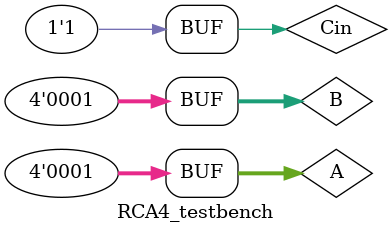
<source format=v>
`timescale 10ns/1ns

module RCA4_testbench(); // no input, no output
  
  reg [3:0] A, B;  // always declare inputs as reg
  reg Cin;
  wire [3:0] S;  // and outputs as wire
  wire Cout;
  
  RCA4 DUT ( .A(A), .B(B), .Cin(Cin), .S(S), .Cout(Cout));
  
  initial
  begin
    $monitor($time, " A=%b, B=%b, Cin=%b, S=%b, Cout=%b", A, B, Cin, S, Cout);
  end
  
  initial
  begin
    $dumpvars(1, RCA4_testbench);
    #0  Cin=0; A=0; B=0; // at time = 0ns
    repeat (15)
    begin
      #50 A <= A + 1; B <= B + 1;
    end
    
    #50  Cin=1; A=0; B=0;
    
    repeat (15)
    begin
      #50 A <= A + 1; B <= B + 1;
    end
  end
  
endmodule

</source>
